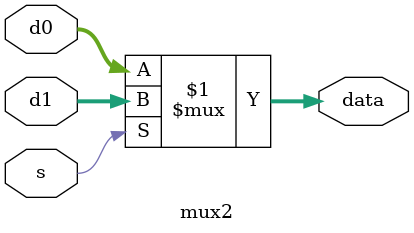
<source format=v>
`timescale 1ns/1ps

module mux2 #(parameter N=3) (input [N-1:0] d1, d0,
	    input 	 s,
	    output [N-1:0] data);

   assign data = s ? d1 : d0;
endmodule // mux2

</source>
